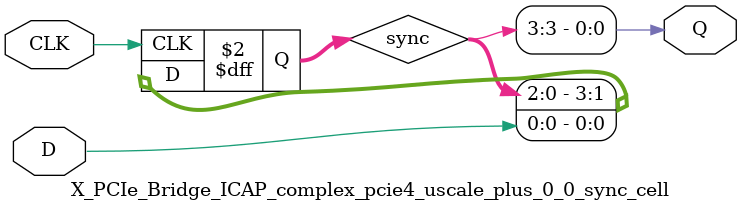
<source format=v>

`timescale 1ps / 1ps

(* DowngradeIPIdentifiedWarnings = "yes" *)
module X_PCIe_Bridge_ICAP_complex_pcie4_uscale_plus_0_0_sync_cell #
(
    parameter integer STAGE = 3
)
(
    //-------------------------------------------------------------------------- 
    //  Input Ports
    //-------------------------------------------------------------------------- 
    input                               CLK,
    input                               D,
    
    //-------------------------------------------------------------------------- 
    //  Output Ports
    //-------------------------------------------------------------------------- 
    output                              Q
);
    //-------------------------------------------------------------------------- 
    //  Synchronized Signals
    //--------------------------------------------------------------------------  
    (* ASYNC_REG = "TRUE", SHIFT_EXTRACT = "NO" *) reg [STAGE:0] sync;                                                            



//--------------------------------------------------------------------------------------------------
//  Synchronizier
//--------------------------------------------------------------------------------------------------
always @ (posedge CLK)
begin

    sync <= {sync[(STAGE-1):0], D};
            
end   



//--------------------------------------------------------------------------------------------------
//  Generate Output
//--------------------------------------------------------------------------------------------------
assign Q = sync[STAGE];



endmodule

</source>
